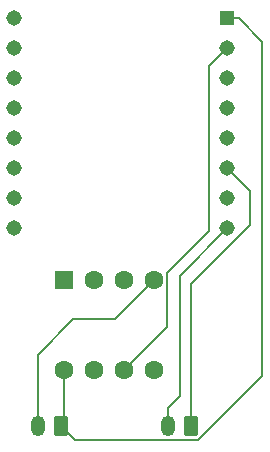
<source format=gbl>
%TF.GenerationSoftware,KiCad,Pcbnew,9.0.2*%
%TF.CreationDate,2025-05-25T16:27:06-07:00*%
%TF.ProjectId,PCB,5043422e-6b69-4636-9164-5f7063625858,rev?*%
%TF.SameCoordinates,Original*%
%TF.FileFunction,Copper,L2,Bot*%
%TF.FilePolarity,Positive*%
%FSLAX46Y46*%
G04 Gerber Fmt 4.6, Leading zero omitted, Abs format (unit mm)*
G04 Created by KiCad (PCBNEW 9.0.2) date 2025-05-25 16:27:06*
%MOMM*%
%LPD*%
G01*
G04 APERTURE LIST*
G04 Aperture macros list*
%AMRoundRect*
0 Rectangle with rounded corners*
0 $1 Rounding radius*
0 $2 $3 $4 $5 $6 $7 $8 $9 X,Y pos of 4 corners*
0 Add a 4 corners polygon primitive as box body*
4,1,4,$2,$3,$4,$5,$6,$7,$8,$9,$2,$3,0*
0 Add four circle primitives for the rounded corners*
1,1,$1+$1,$2,$3*
1,1,$1+$1,$4,$5*
1,1,$1+$1,$6,$7*
1,1,$1+$1,$8,$9*
0 Add four rect primitives between the rounded corners*
20,1,$1+$1,$2,$3,$4,$5,0*
20,1,$1+$1,$4,$5,$6,$7,0*
20,1,$1+$1,$6,$7,$8,$9,0*
20,1,$1+$1,$8,$9,$2,$3,0*%
G04 Aperture macros list end*
%TA.AperFunction,ComponentPad*%
%ADD10R,1.308000X1.308000*%
%TD*%
%TA.AperFunction,ComponentPad*%
%ADD11C,1.308000*%
%TD*%
%TA.AperFunction,ComponentPad*%
%ADD12RoundRect,0.250000X-0.550000X0.550000X-0.550000X-0.550000X0.550000X-0.550000X0.550000X0.550000X0*%
%TD*%
%TA.AperFunction,ComponentPad*%
%ADD13C,1.600000*%
%TD*%
%TA.AperFunction,ComponentPad*%
%ADD14RoundRect,0.250000X0.350000X0.625000X-0.350000X0.625000X-0.350000X-0.625000X0.350000X-0.625000X0*%
%TD*%
%TA.AperFunction,ComponentPad*%
%ADD15O,1.200000X1.750000*%
%TD*%
%TA.AperFunction,Conductor*%
%ADD16C,0.200000*%
%TD*%
G04 APERTURE END LIST*
D10*
%TO.P,U2,1,VCC*%
%TO.N,/VDD*%
X80034000Y-49000000D03*
D11*
%TO.P,U2,2,RX*%
%TO.N,Net-(U1-PB1)*%
X80034000Y-51540000D03*
%TO.P,U2,3,TX*%
%TO.N,Net-(U2-TX)*%
X80034000Y-54080000D03*
%TO.P,U2,4,DAC_R*%
%TO.N,unconnected-(U2-DAC_R-Pad4)*%
X80034000Y-56620000D03*
%TO.P,U2,5,DAC_L*%
%TO.N,unconnected-(U2-DAC_L-Pad5)*%
X80034000Y-59160000D03*
%TO.P,U2,6,SPK1*%
%TO.N,Net-(SPK1-Pin_1)*%
X80034000Y-61700000D03*
%TO.P,U2,7,GND*%
%TO.N,/GND*%
X80034000Y-64240000D03*
%TO.P,U2,8,SPK2*%
%TO.N,Net-(SPK1-Pin_2)*%
X80034000Y-66780000D03*
%TO.P,U2,9,IO1*%
%TO.N,unconnected-(U2-IO1-Pad9)*%
X62000000Y-66780000D03*
%TO.P,U2,10,GND__1*%
%TO.N,/GND*%
X62000000Y-64240000D03*
%TO.P,U2,11,IO2*%
%TO.N,unconnected-(U2-IO2-Pad11)*%
X62000000Y-61700000D03*
%TO.P,U2,12,ADKEY1*%
%TO.N,unconnected-(U2-ADKEY1-Pad12)*%
X62000000Y-59160000D03*
%TO.P,U2,13,ADKEY2*%
%TO.N,unconnected-(U2-ADKEY2-Pad13)*%
X62000000Y-56620000D03*
%TO.P,U2,14,USB+*%
%TO.N,unconnected-(U2-USB+-Pad14)*%
X62000000Y-54080000D03*
%TO.P,U2,15,USB-*%
%TO.N,unconnected-(U2-USB--Pad15)*%
X62000000Y-51540000D03*
%TO.P,U2,16,BUSY*%
%TO.N,unconnected-(U2-BUSY-Pad16)*%
X62000000Y-49000000D03*
%TD*%
D12*
%TO.P,U1,1,~{RESET}/PB5*%
%TO.N,Net-(U1-~{RESET}{slash}PB5)*%
X66190000Y-71195000D03*
D13*
%TO.P,U1,2,XTAL1/PB3*%
%TO.N,Net-(U1-XTAL1{slash}PB3)*%
X68730000Y-71195000D03*
%TO.P,U1,3,XTAL2/PB4*%
%TO.N,Net-(U1-XTAL2{slash}PB4)*%
X71270000Y-71195000D03*
%TO.P,U1,4,GND*%
%TO.N,/GND*%
X73810000Y-71195000D03*
%TO.P,U1,5,AREF/PB0*%
%TO.N,Net-(U1-AREF{slash}PB0)*%
X73810000Y-78815000D03*
%TO.P,U1,6,PB1*%
%TO.N,Net-(U1-PB1)*%
X71270000Y-78815000D03*
%TO.P,U1,7,PB2*%
%TO.N,unconnected-(U1-PB2-Pad7)*%
X68730000Y-78815000D03*
%TO.P,U1,8,VCC*%
%TO.N,/VDD*%
X66190000Y-78815000D03*
%TD*%
D14*
%TO.P,SPK1,1,Pin_1*%
%TO.N,Net-(SPK1-Pin_1)*%
X77000000Y-83550000D03*
D15*
%TO.P,SPK1,2,Pin_2*%
%TO.N,Net-(SPK1-Pin_2)*%
X75000000Y-83550000D03*
%TD*%
D14*
%TO.P,BAT1,1,Pin_1*%
%TO.N,/VDD*%
X66000000Y-83550000D03*
D15*
%TO.P,BAT1,2,Pin_2*%
%TO.N,/GND*%
X64000000Y-83550000D03*
%TD*%
D16*
%TO.N,/GND*%
X70505000Y-74500000D02*
X73810000Y-71195000D01*
X67000000Y-74500000D02*
X70505000Y-74500000D01*
X64000000Y-77500000D02*
X67000000Y-74500000D01*
X64000000Y-83550000D02*
X64000000Y-77500000D01*
%TO.N,/VDD*%
X83000000Y-79311160D02*
X77585160Y-84726000D01*
X67176000Y-84726000D02*
X66000000Y-83550000D01*
X81000000Y-49000000D02*
X83000000Y-51000000D01*
X83000000Y-51000000D02*
X83000000Y-79311160D01*
X80034000Y-49000000D02*
X81000000Y-49000000D01*
X66190000Y-78815000D02*
X66190000Y-83360000D01*
X66190000Y-83360000D02*
X66000000Y-83550000D01*
X77585160Y-84726000D02*
X67176000Y-84726000D01*
%TO.N,Net-(SPK1-Pin_1)*%
X82000000Y-66500000D02*
X82000000Y-63666000D01*
X82000000Y-63666000D02*
X80034000Y-61700000D01*
X77000000Y-71500000D02*
X82000000Y-66500000D01*
X77000000Y-83550000D02*
X77000000Y-71500000D01*
%TO.N,Net-(SPK1-Pin_2)*%
X76000000Y-70814000D02*
X80034000Y-66780000D01*
X75000000Y-83550000D02*
X75000000Y-82000000D01*
X75000000Y-82000000D02*
X76000000Y-81000000D01*
X76000000Y-81000000D02*
X76000000Y-70814000D01*
%TO.N,Net-(U1-PB1)*%
X78500000Y-67000000D02*
X74911000Y-70589000D01*
X74911000Y-75174000D02*
X71270000Y-78815000D01*
X74911000Y-70589000D02*
X74911000Y-75174000D01*
X80034000Y-51540000D02*
X78500000Y-53074000D01*
X78500000Y-53074000D02*
X78500000Y-67000000D01*
%TD*%
M02*

</source>
